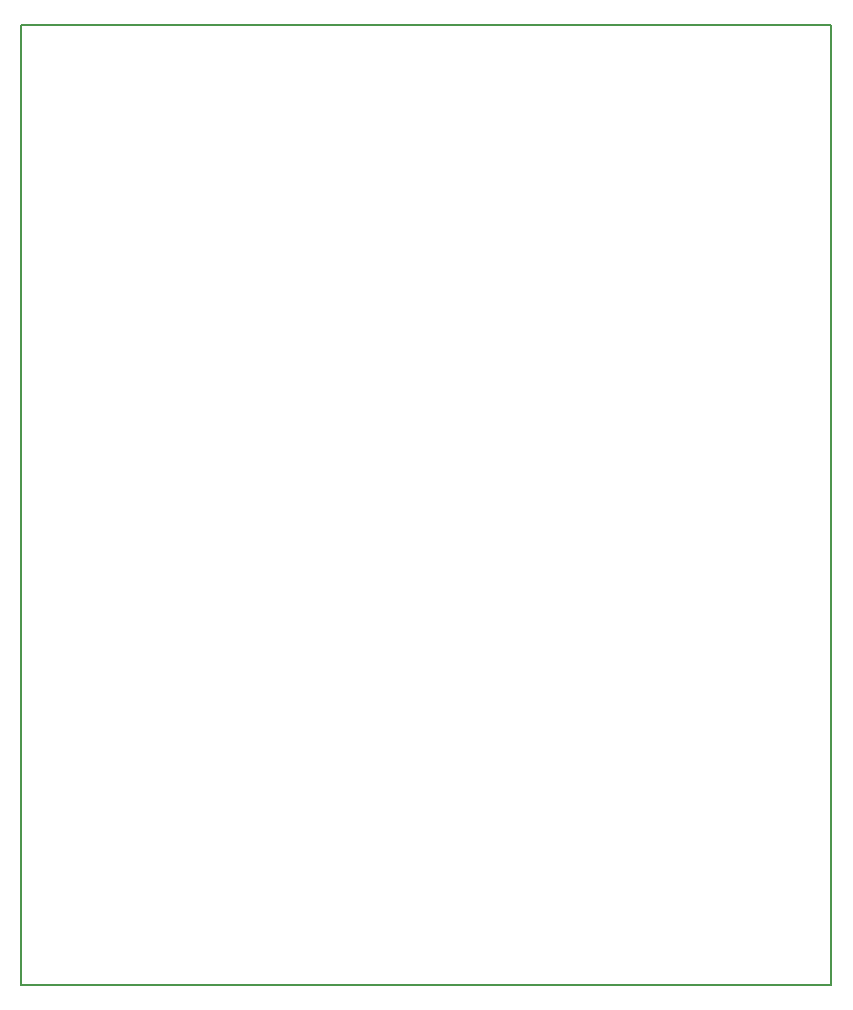
<source format=gbr>
%TF.GenerationSoftware,KiCad,Pcbnew,7.0.8*%
%TF.CreationDate,2025-06-12T11:12:38+08:00*%
%TF.ProjectId,PCB,5043422e-6b69-4636-9164-5f7063625858,rev?*%
%TF.SameCoordinates,Original*%
%TF.FileFunction,Profile,NP*%
%FSLAX46Y46*%
G04 Gerber Fmt 4.6, Leading zero omitted, Abs format (unit mm)*
G04 Created by KiCad (PCBNEW 7.0.8) date 2025-06-12 11:12:38*
%MOMM*%
%LPD*%
G01*
G04 APERTURE LIST*
%TA.AperFunction,Profile*%
%ADD10C,0.200000*%
%TD*%
G04 APERTURE END LIST*
D10*
X132080000Y-27940000D02*
X200660000Y-27940000D01*
X200660000Y-109220000D01*
X132080000Y-109220000D01*
X132080000Y-27940000D01*
M02*

</source>
